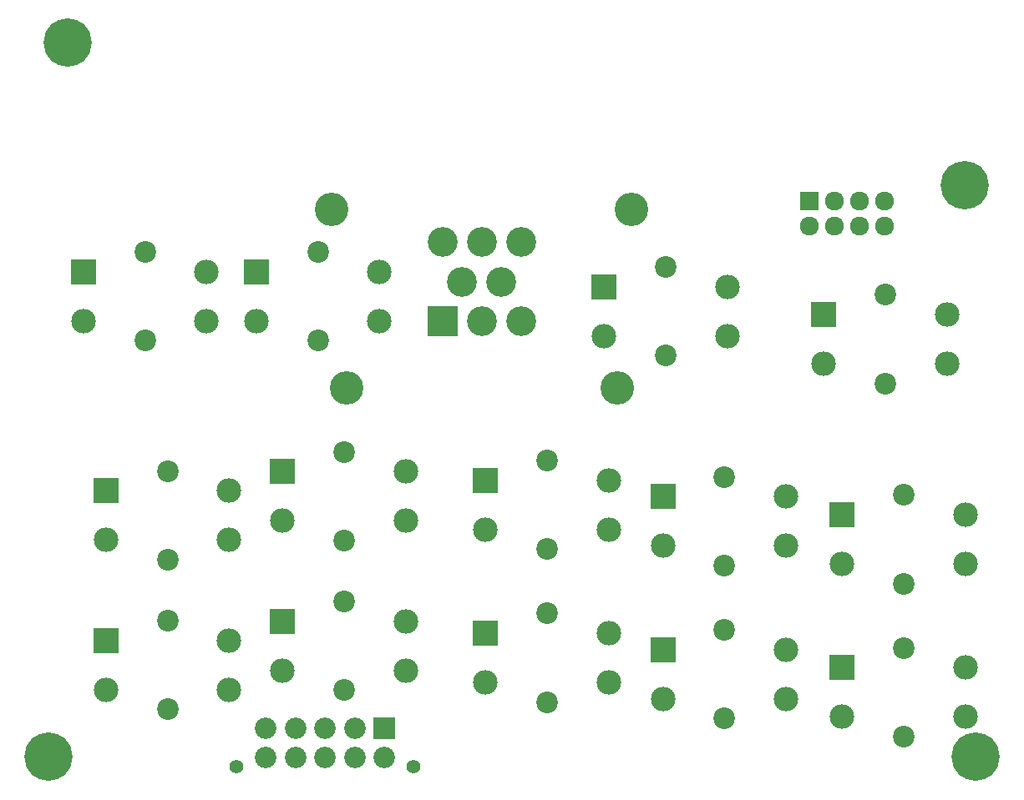
<source format=gbs>
G04 #@! TF.GenerationSoftware,KiCad,Pcbnew,(2017-01-11 revision e99b79cb2)-master*
G04 #@! TF.CreationDate,2017-10-24T08:44:47+03:00*
G04 #@! TF.ProjectId,right_keypad,72696768745F6B65797061642E6B6963,rev?*
G04 #@! TF.FileFunction,Soldermask,Bot*
G04 #@! TF.FilePolarity,Negative*
%FSLAX46Y46*%
G04 Gerber Fmt 4.6, Leading zero omitted, Abs format (unit mm)*
G04 Created by KiCad (PCBNEW (2017-01-11 revision e99b79cb2)-master) date Tue Oct 24 08:44:47 2017*
%MOMM*%
%LPD*%
G01*
G04 APERTURE LIST*
%ADD10C,0.100000*%
%ADD11R,2.178000X2.178000*%
%ADD12C,2.178000*%
%ADD13C,1.418540*%
%ADD14R,2.498040X2.498040*%
%ADD15C,2.498040*%
%ADD16C,2.198320*%
%ADD17R,3.023820X3.023820*%
%ADD18C,3.023820*%
%ADD19C,3.399740*%
%ADD20R,1.924000X1.924000*%
%ADD21C,1.924000*%
%ADD22C,4.900000*%
G04 APERTURE END LIST*
D10*
D11*
X91135200Y-134010400D03*
D12*
X88138000Y-134010400D03*
X85140800Y-134010400D03*
X82143600Y-134010400D03*
X79146400Y-134010400D03*
X91135200Y-137007600D03*
X88138000Y-137007600D03*
X85140800Y-137007600D03*
X82143600Y-137007600D03*
X79146400Y-137007600D03*
D13*
X94140020Y-137949940D03*
X76141580Y-137949940D03*
D14*
X101384100Y-124388880D03*
D15*
X113880900Y-124388880D03*
X101384100Y-129387600D03*
X113880900Y-129387600D03*
D16*
X107632500Y-122389900D03*
X107632500Y-131386580D03*
D17*
X97030540Y-92707460D03*
D18*
X101028500Y-92707460D03*
X105026460Y-92707460D03*
X99029520Y-88709500D03*
X103027480Y-88709500D03*
X97030540Y-84711540D03*
X101028500Y-84711540D03*
X105026460Y-84711540D03*
D19*
X87330280Y-99507040D03*
X114726720Y-99507040D03*
X116227860Y-81409540D03*
X85829140Y-81409540D03*
D14*
X80835500Y-123167140D03*
D15*
X93332300Y-123167140D03*
X80835500Y-128165860D03*
X93332300Y-128165860D03*
D16*
X87083900Y-121168160D03*
X87083900Y-130164840D03*
D14*
X80810100Y-107993180D03*
D15*
X93306900Y-107993180D03*
X80810100Y-112991900D03*
X93306900Y-112991900D03*
D16*
X87058500Y-105994200D03*
X87058500Y-114990880D03*
D14*
X62928500Y-109931200D03*
D15*
X75425300Y-109931200D03*
X62928500Y-114929920D03*
X75425300Y-114929920D03*
D16*
X69176900Y-107932220D03*
X69176900Y-116928900D03*
D14*
X137579100Y-127876300D03*
D15*
X150075900Y-127876300D03*
X137579100Y-132875020D03*
X150075900Y-132875020D03*
D16*
X143827500Y-125877320D03*
X143827500Y-134874000D03*
D14*
X119392700Y-126047500D03*
D15*
X131889500Y-126047500D03*
X119392700Y-131046220D03*
X131889500Y-131046220D03*
D16*
X125641100Y-124048520D03*
X125641100Y-133045200D03*
D14*
X137579100Y-112361980D03*
D15*
X150075900Y-112361980D03*
X137579100Y-117360700D03*
X150075900Y-117360700D03*
D16*
X143827500Y-110363000D03*
X143827500Y-119359680D03*
D14*
X119392700Y-110533180D03*
D15*
X131889500Y-110533180D03*
X119392700Y-115531900D03*
X131889500Y-115531900D03*
D16*
X125641100Y-108534200D03*
X125641100Y-117530880D03*
D14*
X101384100Y-108864400D03*
D15*
X113880900Y-108864400D03*
X101384100Y-113863120D03*
X113880900Y-113863120D03*
D16*
X107632500Y-106865420D03*
X107632500Y-115862100D03*
D14*
X135674100Y-92052140D03*
D15*
X148170900Y-92052140D03*
X135674100Y-97050860D03*
X148170900Y-97050860D03*
D16*
X141922500Y-90053160D03*
X141922500Y-99049840D03*
D14*
X113423700Y-89217500D03*
D15*
X125920500Y-89217500D03*
X113423700Y-94216220D03*
X125920500Y-94216220D03*
D16*
X119672100Y-87218520D03*
X119672100Y-96215200D03*
D14*
X60642500Y-87693500D03*
D15*
X73139300Y-87693500D03*
X60642500Y-92692220D03*
X73139300Y-92692220D03*
D16*
X66890900Y-85694520D03*
X66890900Y-94691200D03*
D14*
X78168500Y-87693500D03*
D15*
X90665300Y-87693500D03*
X78168500Y-92692220D03*
X90665300Y-92692220D03*
D16*
X84416900Y-85694520D03*
X84416900Y-94691200D03*
D20*
X134213600Y-80518000D03*
D21*
X134213600Y-83058000D03*
X136753600Y-80518000D03*
X136753600Y-83058000D03*
X139293600Y-80518000D03*
X139293600Y-83058000D03*
X141833600Y-80518000D03*
X141833600Y-83058000D03*
D22*
X149967700Y-78886300D03*
X59076840Y-64487040D03*
X57114700Y-136941300D03*
X151063700Y-136941300D03*
D14*
X62928500Y-125112780D03*
D15*
X75425300Y-125112780D03*
X62928500Y-130111500D03*
X75425300Y-130111500D03*
D16*
X69176900Y-123113800D03*
X69176900Y-132110480D03*
M02*

</source>
